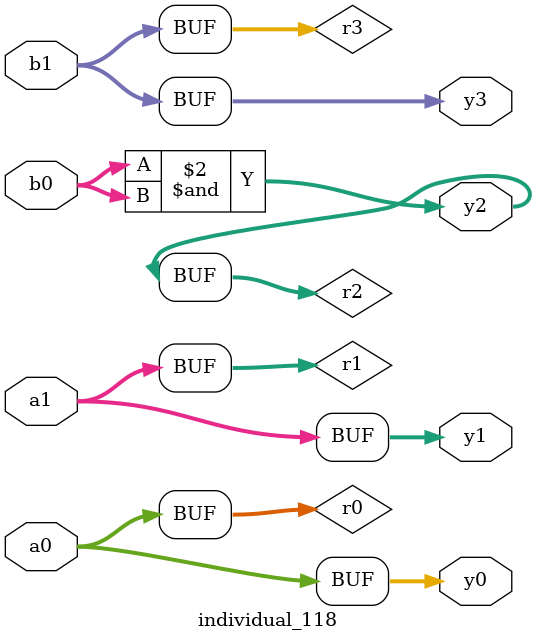
<source format=sv>
module individual_118(input logic [15:0] a1, input logic [15:0] a0, input logic [15:0] b1, input logic [15:0] b0, output logic [15:0] y3, output logic [15:0] y2, output logic [15:0] y1, output logic [15:0] y0);
logic [15:0] r0, r1, r2, r3; 
 always@(*) begin 
	 r0 = a0; r1 = a1; r2 = b0; r3 = b1; 
 	 r2  &=  b0 ;
 	 y3 = r3; y2 = r2; y1 = r1; y0 = r0; 
end
endmodule
</source>
